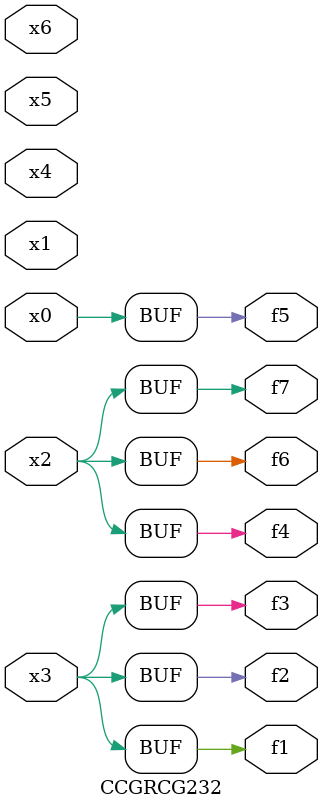
<source format=v>
module CCGRCG232(
	input x0, x1, x2, x3, x4, x5, x6,
	output f1, f2, f3, f4, f5, f6, f7
);
	assign f1 = x3;
	assign f2 = x3;
	assign f3 = x3;
	assign f4 = x2;
	assign f5 = x0;
	assign f6 = x2;
	assign f7 = x2;
endmodule

</source>
